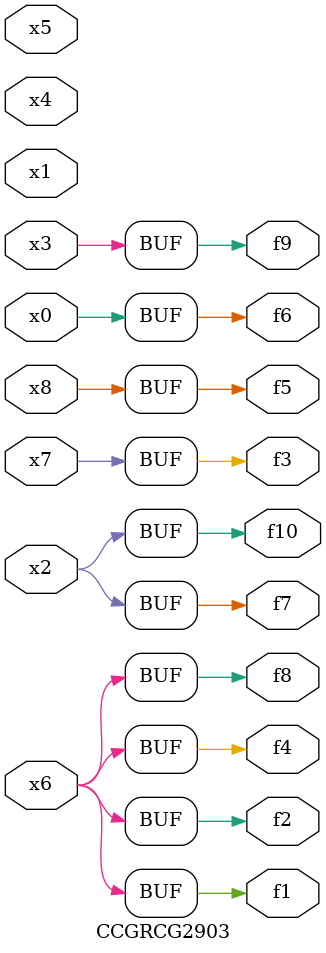
<source format=v>
module CCGRCG2903(
	input x0, x1, x2, x3, x4, x5, x6, x7, x8,
	output f1, f2, f3, f4, f5, f6, f7, f8, f9, f10
);
	assign f1 = x6;
	assign f2 = x6;
	assign f3 = x7;
	assign f4 = x6;
	assign f5 = x8;
	assign f6 = x0;
	assign f7 = x2;
	assign f8 = x6;
	assign f9 = x3;
	assign f10 = x2;
endmodule

</source>
